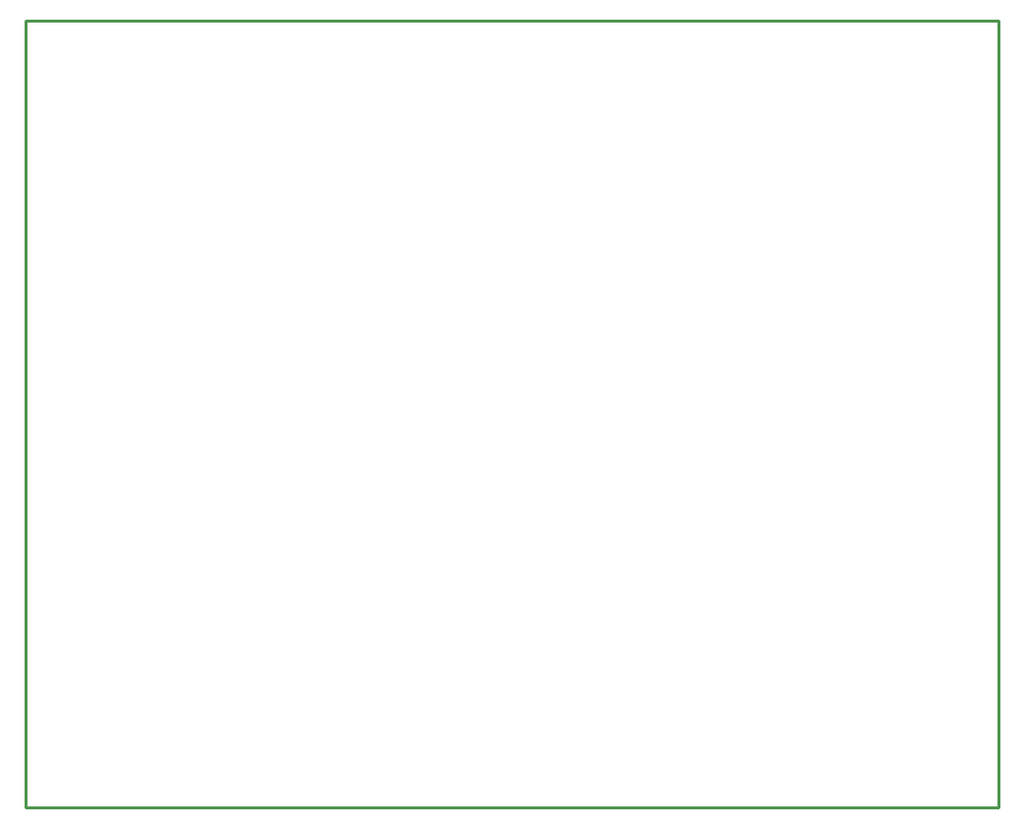
<source format=gko>
G04 Layer: BoardOutline*
G04 EasyEDA v6.4.0, 2020-08-15T23:10:14+05:30*
G04 5cc65f200d574341adaaee413559fcb0,ac1a8ddbb09a48189df0a8a7e8d705f5,10*
G04 Gerber Generator version 0.2*
G04 Scale: 100 percent, Rotated: No, Reflected: No *
G04 Dimensions in inches *
G04 leading zeros omitted , absolute positions ,2 integer and 4 decimal *
%FSLAX24Y24*%
%MOIN*%
G90*
G70D02*

%ADD10C,0.010000*%
G54D10*
G01X0Y26700D02*
G01X33000Y26700D01*
G01X33000Y0D01*
G01X0Y0D01*
G01X0Y13300D01*
G01X0Y26700D01*

%LPD*%
M00*
M02*

</source>
